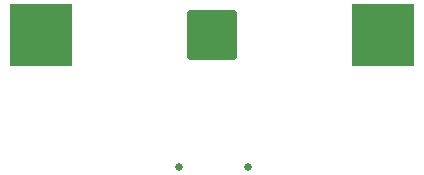
<source format=gbr>
%TF.GenerationSoftware,KiCad,Pcbnew,8.0.8-8.0.8-0~ubuntu24.04.1*%
%TF.CreationDate,2025-08-05T21:13:54-04:00*%
%TF.ProjectId,electronics,656c6563-7472-46f6-9e69-63732e6b6963,rev?*%
%TF.SameCoordinates,Original*%
%TF.FileFunction,Soldermask,Bot*%
%TF.FilePolarity,Negative*%
%FSLAX46Y46*%
G04 Gerber Fmt 4.6, Leading zero omitted, Abs format (unit mm)*
G04 Created by KiCad (PCBNEW 8.0.8-8.0.8-0~ubuntu24.04.1) date 2025-08-05 21:13:54*
%MOMM*%
%LPD*%
G01*
G04 APERTURE LIST*
G04 Aperture macros list*
%AMRoundRect*
0 Rectangle with rounded corners*
0 $1 Rounding radius*
0 $2 $3 $4 $5 $6 $7 $8 $9 X,Y pos of 4 corners*
0 Add a 4 corners polygon primitive as box body*
4,1,4,$2,$3,$4,$5,$6,$7,$8,$9,$2,$3,0*
0 Add four circle primitives for the rounded corners*
1,1,$1+$1,$2,$3*
1,1,$1+$1,$4,$5*
1,1,$1+$1,$6,$7*
1,1,$1+$1,$8,$9*
0 Add four rect primitives between the rounded corners*
20,1,$1+$1,$2,$3,$4,$5,0*
20,1,$1+$1,$4,$5,$6,$7,0*
20,1,$1+$1,$6,$7,$8,$9,0*
20,1,$1+$1,$8,$9,$2,$3,0*%
G04 Aperture macros list end*
%ADD10C,0.650000*%
%ADD11RoundRect,0.102000X2.540000X2.540000X-2.540000X2.540000X-2.540000X-2.540000X2.540000X-2.540000X0*%
%ADD12RoundRect,0.102000X1.980000X1.980000X-1.980000X1.980000X-1.980000X-1.980000X1.980000X-1.980000X0*%
G04 APERTURE END LIST*
D10*
%TO.C,J1*%
X202040000Y-102705000D03*
X207820000Y-102705000D03*
%TD*%
D11*
%TO.C,BT1*%
X219285000Y-91510000D03*
X190355000Y-91510000D03*
D12*
X204820000Y-91510000D03*
%TD*%
M02*

</source>
